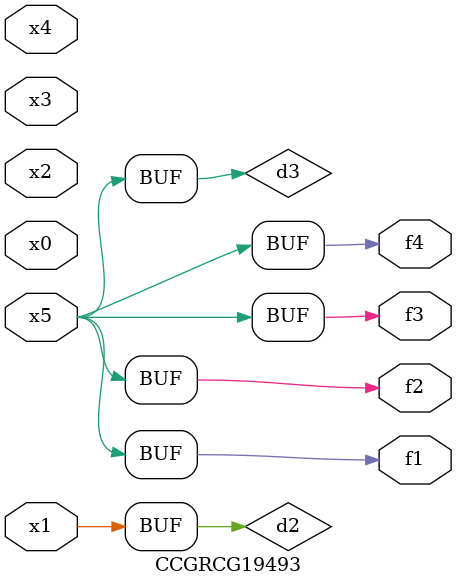
<source format=v>
module CCGRCG19493(
	input x0, x1, x2, x3, x4, x5,
	output f1, f2, f3, f4
);

	wire d1, d2, d3;

	not (d1, x5);
	or (d2, x1);
	xnor (d3, d1);
	assign f1 = d3;
	assign f2 = d3;
	assign f3 = d3;
	assign f4 = d3;
endmodule

</source>
